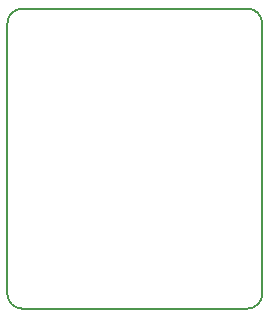
<source format=gbr>
G04 #@! TF.GenerationSoftware,KiCad,Pcbnew,(5.0.2)-1*
G04 #@! TF.CreationDate,2019-08-04T21:59:47-04:00*
G04 #@! TF.ProjectId,LSF0108PWR_Breakout,4c534630-3130-4385-9057-525f42726561,rev?*
G04 #@! TF.SameCoordinates,Original*
G04 #@! TF.FileFunction,Profile,NP*
%FSLAX46Y46*%
G04 Gerber Fmt 4.6, Leading zero omitted, Abs format (unit mm)*
G04 Created by KiCad (PCBNEW (5.0.2)-1) date 8/4/2019 9:59:47 PM*
%MOMM*%
%LPD*%
G01*
G04 APERTURE LIST*
%ADD10C,0.150000*%
G04 APERTURE END LIST*
D10*
X122555000Y-71755000D02*
X141605000Y-71755000D01*
X141605000Y-71755000D02*
G75*
G02X142875000Y-73025000I0J-1270000D01*
G01*
X142875000Y-73025000D02*
X142875000Y-95885000D01*
X142875000Y-95885000D02*
G75*
G02X141605000Y-97155000I-1270000J0D01*
G01*
X122555000Y-97155000D02*
X141605000Y-97155000D01*
X122555000Y-97155000D02*
G75*
G02X121285000Y-95885000I0J1270000D01*
G01*
X121285000Y-73025000D02*
X121285000Y-95885000D01*
X121285000Y-73025000D02*
G75*
G02X122555000Y-71755000I1270000J0D01*
G01*
M02*

</source>
